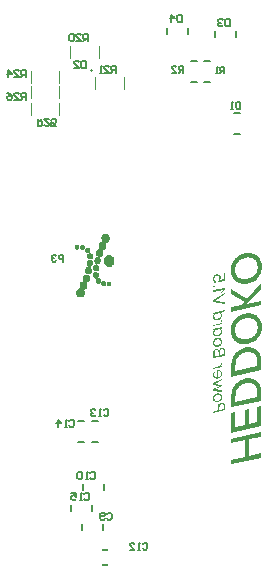
<source format=gbo>
%FSTAX23Y23*%
%MOIN*%
%SFA1B1*%

%IPPOS*%
%ADD41C,0.010000*%
%ADD60C,0.003940*%
%ADD62C,0.005910*%
%ADD64C,0.002000*%
%ADD65C,0.006000*%
%ADD66C,0.006300*%
%ADD67R,0.020000X0.010000*%
%LNpowerpcb-1*%
%LPD*%
G36*
X00729Y-01026D02*
X00729Y-01027D01*
X00729Y-01028*
X00729Y-01029*
X00728Y-0103*
X00728Y-01031*
X00728Y-01031*
X00728Y-01031*
Y-01031*
X00727Y-01032*
X00727Y-01033*
X00726Y-01034*
X00726Y-01034*
X00725Y-01035*
X00725Y-01035*
X00724Y-01036*
X00724Y-01036*
X00724Y-01036*
X00728Y-01035*
Y-01039*
X007Y-01046*
Y-01041*
X0072Y-01037*
X00721Y-01036*
X00721Y-01036*
X00722Y-01035*
X00722Y-01034*
X00723Y-01034*
X00723Y-01033*
X00723Y-01033*
X00723Y-01033*
X00724Y-01032*
X00724Y-01031*
X00725Y-01031*
X00725Y-0103*
X00725Y-01029*
X00725Y-01029*
Y-01029*
Y-01029*
Y-01028*
Y-01027*
X00725Y-01027*
Y-01027*
X00725Y-01026*
Y-01026*
X00725Y-01026*
Y-01026*
X00729Y-01025*
X00729Y-01026*
G37*
G36*
X00728Y-01053D02*
X00724Y-01054D01*
X00725Y-01054*
X00726Y-01055*
X00726Y-01056*
X00727Y-01056*
X00727Y-01057*
X00727Y-01057*
X00728Y-01058*
X00728Y-01058*
Y-01058*
X00728Y-01059*
X00729Y-0106*
X00729Y-01061*
X00729Y-01062*
X00729Y-01063*
X00729Y-01063*
Y-01063*
Y-01064*
Y-01064*
Y-01064*
X00729Y-01065*
X00729Y-01066*
X00729Y-01067*
X00728Y-01068*
X00728Y-01069*
X00727Y-0107*
X00727Y-01071*
X00726Y-01072*
X00726Y-01073*
X00725Y-01073*
X00725Y-01074*
X00725Y-01074*
X00724Y-01074*
X00724Y-01075*
X00724Y-01075*
X00724Y-01075*
X00723Y-01076*
X00722Y-01076*
X0072Y-01077*
X00719Y-01077*
X00718Y-01078*
X00717Y-01078*
X00716Y-01078*
X00715Y-01078*
X00714Y-01079*
X00713Y-01079*
X00713Y-01079*
X00712Y-01079*
X00711*
X00711Y-01079*
X00711*
X0071Y-01079*
X00709Y-01079*
X00708Y-01079*
X00707Y-01079*
X00706Y-01078*
X00705Y-01078*
X00705Y-01078*
X00704Y-01077*
X00704Y-01077*
X00703Y-01077*
X00703Y-01077*
X00703Y-01076*
X00702Y-01076*
X00702Y-01076*
X00702Y-01076*
X00702Y-01076*
X00701Y-01075*
X00701Y-01075*
X00701Y-01074*
X007Y-01073*
X007Y-01073*
X007Y-01072*
X00699Y-01071*
X00699Y-0107*
X00699Y-01069*
X00699Y-01069*
X00699Y-01068*
X00699Y-01068*
Y-01068*
Y-01068*
Y-01068*
X00699Y-01067*
X00699Y-01066*
X00699Y-01065*
X007Y-01064*
X007Y-01063*
X007Y-01062*
X00701Y-01062*
X00701Y-01061*
X00702Y-0106*
X00702Y-0106*
X00703Y-01059*
X00703Y-01059*
X00703Y-01059*
X00703Y-01058*
X00704Y-01058*
X00704Y-01058*
X007Y-01059*
Y-01055*
X00728Y-01048*
Y-01053*
G37*
G36*
X00717Y-01084D02*
X00718Y-01084D01*
X00719Y-01084*
X0072Y-01085*
X00721Y-01085*
X00722Y-01085*
X00723Y-01085*
X00723Y-01086*
X00724Y-01086*
X00724Y-01086*
X00725Y-01087*
X00725Y-01087*
X00725Y-01087*
X00725Y-01087*
X00726Y-01088*
X00726Y-01088*
X00726Y-01088*
X00727Y-01089*
X00727Y-0109*
X00728Y-01091*
X00728Y-01091*
X00728Y-01092*
X00729Y-01094*
X00729Y-01095*
X00729Y-01095*
X00729Y-01096*
X00729Y-01097*
X00729Y-01097*
Y-01097*
Y-01098*
Y-01098*
X00729Y-01099*
X00729Y-011*
X00729Y-01101*
X00728Y-01102*
X00728Y-01103*
X00728Y-01104*
X00727Y-01105*
X00727Y-01106*
X00726Y-01106*
X00726Y-01107*
X00725Y-01107*
X00725Y-01108*
X00724Y-01108*
X00724Y-01109*
X00724Y-01109*
X00724Y-01109*
X00723Y-0111*
X00722Y-0111*
X00721Y-01111*
X0072Y-01111*
X00719Y-01112*
X00718Y-01112*
X00717Y-01113*
X00716Y-01113*
X00715Y-01113*
X00714Y-01113*
X00713Y-01113*
X00713Y-01113*
X00712*
X00712Y-01113*
X00712*
X00711Y-01113*
X0071Y-01113*
X00709Y-01113*
X00708Y-01113*
X00707Y-01113*
X00706Y-01112*
X00705Y-01112*
X00705Y-01112*
X00704Y-01111*
X00704Y-01111*
X00703Y-01111*
X00703Y-0111*
X00703Y-0111*
X00702Y-0111*
X00702Y-0111*
X00702Y-0111*
X00702Y-01109*
X00701Y-01108*
X00701Y-01108*
X007Y-01107*
X007Y-01106*
X007Y-01105*
X00699Y-01103*
X00699Y-01103*
X00699Y-01102*
X00699Y-01101*
X00699Y-01101*
X00699Y-011*
Y-011*
Y-011*
Y-011*
X00699Y-01099*
X00699Y-01097*
X00699Y-01096*
X007Y-01095*
X007Y-01094*
X007Y-01093*
X00701Y-01093*
X00701Y-01092*
X00702Y-01091*
X00702Y-0109*
X00703Y-0109*
X00703Y-01089*
X00704Y-01089*
X00704Y-01089*
X00704Y-01089*
X00704Y-01089*
X00705Y-01088*
X00706Y-01087*
X00707Y-01086*
X00708Y-01086*
X00709Y-01086*
X0071Y-01085*
X00711Y-01085*
X00712Y-01085*
X00713Y-01084*
X00714Y-01084*
X00714Y-01084*
X00715Y-01084*
X00716*
X00716Y-01084*
X00716*
X00717Y-01084*
G37*
G36*
X00739Y-00921D02*
X00729Y-00933D01*
X00726Y-00931*
X00733Y-00923*
X007Y-0093*
Y-00925*
X00739Y-00917*
Y-00921*
G37*
G36*
Y-00939D02*
X00705Y-0096D01*
X00739Y-00966*
Y-00971*
X007Y-00964*
Y-00958*
X00739Y-00933*
Y-00939*
G37*
G36*
Y-00996D02*
X00724Y-01D01*
X00725Y-01*
X00726Y-01001*
X00726Y-01001*
X00727Y-01002*
X00727Y-01003*
X00727Y-01003*
X00728Y-01004*
X00728Y-01004*
Y-01004*
X00728Y-01005*
X00729Y-01006*
X00729Y-01007*
X00729Y-01008*
X00729Y-01008*
X00729Y-01009*
Y-01009*
Y-01009*
Y-0101*
Y-0101*
X00729Y-01011*
X00729Y-01012*
X00729Y-01013*
X00728Y-01014*
X00728Y-01015*
X00727Y-01016*
X00727Y-01017*
X00726Y-01018*
X00726Y-01018*
X00725Y-01019*
X00725Y-01019*
X00725Y-0102*
X00724Y-0102*
X00724Y-0102*
X00724Y-01021*
X00724Y-01021*
X00723Y-01021*
X00722Y-01022*
X0072Y-01023*
X00719Y-01023*
X00718Y-01023*
X00717Y-01024*
X00716Y-01024*
X00715Y-01024*
X00714Y-01024*
X00713Y-01025*
X00713Y-01025*
X00712Y-01025*
X00711*
X00711Y-01025*
X00711*
X0071Y-01025*
X00709Y-01025*
X00708Y-01025*
X00707Y-01024*
X00706Y-01024*
X00705Y-01024*
X00705Y-01024*
X00704Y-01023*
X00704Y-01023*
X00703Y-01023*
X00703Y-01022*
X00703Y-01022*
X00702Y-01022*
X00702Y-01022*
X00702Y-01022*
X00702Y-01022*
X00701Y-01021*
X00701Y-0102*
X00701Y-0102*
X007Y-01019*
X007Y-01018*
X007Y-01018*
X00699Y-01016*
X00699Y-01016*
X00699Y-01015*
X00699Y-01015*
X00699Y-01014*
X00699Y-01014*
Y-01014*
Y-01013*
Y-01013*
X00699Y-01012*
X00699Y-01011*
X00699Y-0101*
X007Y-0101*
X007Y-01009*
X007Y-01008*
X00701Y-01007*
X00701Y-01007*
X00702Y-01006*
X00702Y-01006*
X00703Y-01005*
X00703Y-01005*
X00703Y-01004*
X00703Y-01004*
X00704Y-01004*
X00704Y-01004*
X007Y-01005*
Y-01001*
X00739Y-00992*
Y-00996*
G37*
G36*
X00728Y-01225D02*
X00705Y-01237D01*
X00728Y-0124*
Y-01243*
X00705Y-01256*
X00728Y-01258*
Y-01263*
X007Y-0126*
Y-01256*
X00723Y-01243*
X007Y-0124*
Y-01236*
X00728Y-0122*
Y-01225*
G37*
G36*
X00717Y-01269D02*
X00718Y-01269D01*
X00719Y-01269*
X0072Y-0127*
X00721Y-0127*
X00722Y-0127*
X00723Y-0127*
X00723Y-01271*
X00724Y-01271*
X00724Y-01271*
X00725Y-01272*
X00725Y-01272*
X00725Y-01272*
X00725Y-01272*
X00726Y-01273*
X00726Y-01273*
X00726Y-01273*
X00727Y-01274*
X00727Y-01275*
X00728Y-01276*
X00728Y-01277*
X00728Y-01277*
X00729Y-01279*
X00729Y-0128*
X00729Y-0128*
X00729Y-01281*
X00729Y-01282*
X00729Y-01282*
Y-01282*
Y-01283*
Y-01283*
X00729Y-01284*
X00729Y-01285*
X00729Y-01286*
X00728Y-01287*
X00728Y-01288*
X00728Y-01289*
X00727Y-0129*
X00727Y-01291*
X00726Y-01291*
X00726Y-01292*
X00725Y-01292*
X00725Y-01293*
X00724Y-01293*
X00724Y-01294*
X00724Y-01294*
X00724Y-01294*
X00723Y-01295*
X00722Y-01295*
X00721Y-01296*
X0072Y-01296*
X00719Y-01297*
X00718Y-01297*
X00717Y-01298*
X00716Y-01298*
X00715Y-01298*
X00714Y-01298*
X00713Y-01298*
X00713Y-01298*
X00712*
X00712Y-01298*
X00712*
X00711Y-01298*
X0071Y-01298*
X00709Y-01298*
X00708Y-01298*
X00707Y-01298*
X00706Y-01297*
X00705Y-01297*
X00705Y-01297*
X00704Y-01296*
X00704Y-01296*
X00703Y-01296*
X00703Y-01295*
X00703Y-01295*
X00702Y-01295*
X00702Y-01295*
X00702Y-01295*
X00702Y-01294*
X00701Y-01293*
X00701Y-01293*
X007Y-01292*
X007Y-01291*
X007Y-0129*
X00699Y-01288*
X00699Y-01288*
X00699Y-01287*
X00699Y-01286*
X00699Y-01286*
X00699Y-01285*
Y-01285*
Y-01285*
Y-01285*
X00699Y-01284*
X00699Y-01283*
X00699Y-01281*
X007Y-0128*
X007Y-01279*
X007Y-01278*
X00701Y-01278*
X00701Y-01277*
X00702Y-01276*
X00702Y-01276*
X00703Y-01275*
X00703Y-01275*
X00704Y-01274*
X00704Y-01274*
X00704Y-01274*
X00704Y-01274*
X00705Y-01273*
X00706Y-01272*
X00707Y-01272*
X00708Y-01271*
X00709Y-01271*
X0071Y-0127*
X00711Y-0127*
X00712Y-0127*
X00713Y-01269*
X00714Y-01269*
X00714Y-01269*
X00715Y-01269*
X00716*
X00716Y-01269*
X00716*
X00717Y-01269*
G37*
G36*
X0073Y-013D02*
X00731Y-013D01*
X00732Y-013*
X00733Y-01301*
X00734Y-01301*
X00735Y-01302*
X00736Y-01302*
X00736Y-01302*
X00736Y-01302*
X00736Y-01303*
X00736Y-01303*
X00736Y-01303*
X00737Y-01303*
X00737Y-01304*
X00738Y-01304*
X00738Y-01305*
X00739Y-01306*
X00739Y-01308*
X00739Y-01309*
X00739Y-01309*
X00739Y-01309*
X00739Y-0131*
Y-0131*
Y-0131*
Y-0131*
Y-01326*
X007Y-01335*
Y-0133*
X00715Y-01326*
Y-01315*
X00715Y-01314*
X00716Y-01312*
X00716Y-01311*
X00716Y-0131*
X00716Y-01309*
X00717Y-01308*
X00717Y-01307*
X00717Y-01306*
X00718Y-01306*
X00718Y-01305*
X00719Y-01305*
X00719Y-01304*
X00719Y-01304*
X00719Y-01304*
X0072Y-01304*
X0072Y-01303*
X0072Y-01303*
X00721Y-01302*
X00722Y-01302*
X00723Y-01301*
X00724Y-01301*
X00724Y-01301*
X00725Y-013*
X00726Y-013*
X00727Y-013*
X00727Y-013*
X00728Y-013*
X00728Y-013*
X00729Y-013*
X00729*
X0073Y-013*
G37*
G36*
X00731Y-01117D02*
X00732Y-01117D01*
X00733Y-01117*
X00734Y-01117*
X00735Y-01118*
X00736Y-01118*
X00736Y-01119*
X00737Y-01119*
X00737Y-01119*
X00737Y-01119*
X00737Y-01119*
X00737Y-0112*
X00738Y-0112*
X00738Y-01122*
X00739Y-01123*
X00739Y-01124*
X00739Y-01125*
X00739Y-01125*
Y-01126*
X00739Y-01126*
Y-01126*
Y-01127*
Y-01127*
Y-01143*
X007Y-01152*
Y-01133*
X007Y-01132*
X007Y-01131*
X007Y-0113*
X007Y-01129*
X007Y-01128*
X00701Y-01127*
X00701Y-01127*
X00701Y-01126*
X00702Y-01125*
X00702Y-01125*
X00702Y-01124*
X00702Y-01124*
X00703Y-01124*
X00703Y-01123*
X00703Y-01123*
X00703Y-01123*
X00704Y-01123*
X00704Y-01122*
X00705Y-01122*
X00706Y-01121*
X00706Y-01121*
X00707Y-01121*
X00708Y-0112*
X00709Y-0112*
X0071Y-0112*
X0071Y-0112*
X0071Y-0112*
X00711Y-0112*
X00711*
X00712Y-0112*
X00713Y-0112*
X00714Y-0112*
X00715Y-01121*
X00716Y-01121*
X00716Y-01121*
X00716Y-01121*
X00717Y-01121*
X00717Y-01122*
X00718Y-01123*
X00719Y-01123*
X00719Y-01124*
X00719Y-01125*
X00719Y-01125*
X00719Y-01125*
X0072Y-01126*
Y-01126*
X0072Y-01125*
X0072Y-01124*
X0072Y-01123*
X00721Y-01122*
X00721Y-01121*
X00722Y-0112*
X00723Y-0112*
X00723Y-01119*
X00723Y-01119*
X00723Y-01119*
X00723Y-01119*
X00724Y-01119*
X00724Y-01118*
X00725Y-01118*
X00725Y-01118*
X00727Y-01117*
X00728Y-01117*
X00729Y-01117*
X00729Y-01117*
X0073*
X0073Y-01116*
X0073*
X00731Y-01117*
G37*
G36*
X00729Y-01168D02*
X00729Y-01169D01*
X00729Y-0117*
X00729Y-01171*
X00728Y-01172*
X00728Y-01172*
X00728Y-01173*
X00728Y-01173*
Y-01173*
X00727Y-01174*
X00727Y-01175*
X00726Y-01175*
X00726Y-01176*
X00725Y-01177*
X00725Y-01177*
X00724Y-01177*
X00724Y-01177*
X00724Y-01178*
X00728Y-01177*
Y-01181*
X007Y-01187*
Y-01183*
X0072Y-01178*
X00721Y-01178*
X00721Y-01177*
X00722Y-01177*
X00722Y-01176*
X00723Y-01175*
X00723Y-01175*
X00723Y-01175*
X00723Y-01175*
X00724Y-01174*
X00724Y-01173*
X00725Y-01172*
X00725Y-01172*
X00725Y-01171*
X00725Y-01171*
Y-01171*
Y-01171*
Y-0117*
Y-01169*
X00725Y-01169*
Y-01168*
X00725Y-01168*
Y-01168*
X00725Y-01168*
Y-01168*
X00729Y-01167*
X00729Y-01168*
G37*
G36*
X00718Y-01191D02*
X00718Y-01191D01*
X00719Y-01192*
X0072Y-01192*
X00721Y-01192*
X00722Y-01192*
X00723Y-01193*
X00723Y-01193*
X00724Y-01193*
X00724Y-01194*
X00725Y-01194*
X00725Y-01194*
X00725Y-01194*
X00725Y-01195*
X00726Y-01195*
X00726Y-01195*
X00726Y-01195*
X00727Y-01196*
X00727Y-01197*
X00728Y-01198*
X00728Y-01198*
X00728Y-01199*
X00729Y-01201*
X00729Y-01201*
X00729Y-01202*
X00729Y-01202*
X00729Y-01203*
X00729Y-01203*
Y-01204*
Y-01204*
Y-01204*
X00729Y-01205*
X00729Y-01206*
X00729Y-01207*
X00728Y-01208*
X00728Y-0121*
X00728Y-0121*
X00727Y-01211*
X00727Y-01212*
X00726Y-01213*
X00726Y-01214*
X00725Y-01214*
X00725Y-01215*
X00725Y-01215*
X00724Y-01215*
X00724Y-01215*
X00724Y-01215*
X00723Y-01216*
X00722Y-01217*
X00721Y-01218*
X0072Y-01218*
X00719Y-01219*
X00718Y-01219*
X00717Y-01219*
X00716Y-01219*
X00715Y-0122*
X00714Y-0122*
X00713Y-0122*
X00713Y-0122*
X00712*
X00712Y-0122*
X00712*
X00711Y-0122*
X0071Y-0122*
X00709Y-0122*
X00708Y-01219*
X00707Y-01219*
X00706Y-01219*
X00705Y-01219*
X00705Y-01218*
X00704Y-01218*
X00704Y-01217*
X00703Y-01217*
X00703Y-01217*
X00703Y-01217*
X00702Y-01216*
X00702Y-01216*
X00702Y-01216*
X00702Y-01216*
X00701Y-01215*
X00701Y-01214*
X007Y-01213*
X007Y-01212*
X007Y-01212*
X00699Y-0121*
X00699Y-01209*
X00699Y-01209*
X00699Y-01208*
X00699Y-01207*
X00699Y-01207*
Y-01207*
Y-01206*
Y-01206*
X00699Y-01205*
X00699Y-01204*
X00699Y-01203*
X00699Y-01202*
X007Y-01201*
X007Y-012*
X007Y-012*
X00701Y-01199*
X00701Y-01198*
X00701Y-01198*
X00701Y-01197*
X00702Y-01197*
X00702Y-01196*
X00702Y-01196*
X00702Y-01196*
X00702Y-01196*
X00705Y-01197*
X00705Y-01198*
X00704Y-01199*
X00704Y-01199*
X00704Y-012*
X00703Y-01202*
X00703Y-01203*
X00703Y-01203*
X00703Y-01204*
X00703Y-01204*
X00703Y-01205*
X00703Y-01205*
Y-01205*
Y-01206*
Y-01206*
X00703Y-01206*
X00703Y-01207*
X00703Y-01209*
X00703Y-0121*
X00704Y-01211*
X00704Y-01211*
X00704Y-01212*
X00704Y-01212*
X00705Y-01212*
X00705Y-01213*
X00705Y-01213*
X00705Y-01213*
Y-01213*
X00705Y-01213*
X00706Y-01214*
X00707Y-01214*
X00708Y-01215*
X00709Y-01215*
X0071Y-01215*
X0071Y-01215*
X0071*
X00711Y-01215*
X00712*
X00712Y-01215*
X00712Y-01215*
X00712*
Y-01192*
X00713Y-01192*
X00714Y-01192*
X00715Y-01191*
X00715Y-01191*
X00716Y-01191*
X00716*
X00718Y-01191*
G37*
G36*
X00703Y-0091D02*
X00703Y-0091D01*
X00704Y-0091*
X00704Y-0091*
X00704Y-00911*
X00704Y-00911*
X00704Y-00911*
X00705Y-00911*
X00705Y-00911*
X00705Y-00912*
X00705Y-00912*
X00705Y-00912*
X00705Y-00913*
X00705Y-00913*
Y-00913*
Y-00913*
X00705Y-00914*
X00705Y-00914*
X00705Y-00914*
X00705Y-00915*
X00705Y-00915*
X00705Y-00915*
X00704Y-00915*
X00704Y-00915*
X00704Y-00916*
X00704Y-00916*
X00703Y-00916*
X00703Y-00916*
X00703Y-00916*
X00702Y-00917*
X00702*
X00702Y-00916*
X00701Y-00916*
X00701Y-00916*
X007Y-00916*
X007Y-00916*
X007Y-00916*
X007Y-00916*
X007Y-00916*
X00699Y-00915*
X00699Y-00915*
X00699Y-00915*
X00699Y-00914*
X00699Y-00914*
X00699Y-00914*
Y-00913*
Y-00913*
X00699Y-00913*
X00699Y-00912*
X00699Y-00912*
X00699Y-00912*
X007Y-00911*
X007Y-00911*
X007Y-00911*
X007Y-00911*
X007Y-00911*
X00701Y-0091*
X00701Y-0091*
X00701Y-0091*
X00702Y-0091*
X00702Y-0091*
X00702*
X00703Y-0091*
G37*
G36*
X00821Y-01115D02*
X00824Y-01115D01*
X00827Y-01116*
X0083Y-01117*
X00833Y-01118*
X00835Y-01119*
X00837Y-0112*
X0084Y-01121*
X00842Y-01122*
X00843Y-01123*
X00845Y-01124*
X00846Y-01125*
X00847Y-01126*
X00848Y-01127*
X00848Y-01127*
X00848Y-01127*
X0085Y-0113*
X00852Y-01132*
X00854Y-01135*
X00855Y-01137*
X00856Y-0114*
X00857Y-01142*
X00858Y-01145*
X00859Y-01147*
X00859Y-01149*
X0086Y-01151*
X0086Y-01153*
X0086Y-01154*
Y-01155*
X0086Y-01156*
Y-01157*
Y-01157*
Y-01191*
X0076Y-01213*
Y-01178*
X0076Y-01172*
X0076Y-01167*
X00761Y-01165*
X00761Y-01162*
X00762Y-0116*
X00762Y-01158*
X00762Y-01156*
X00763Y-01155*
X00763Y-01153*
X00764Y-01152*
X00764Y-01151*
X00764Y-01151*
X00765Y-0115*
Y-0115*
X00767Y-01146*
X00769Y-01142*
X0077Y-0114*
X00771Y-01138*
X00772Y-01137*
X00773Y-01135*
X00774Y-01134*
X00775Y-01133*
X00776Y-01132*
X00777Y-01131*
X00777Y-01131*
X00778Y-0113*
X00778Y-0113*
X00778Y-0113*
X00781Y-01127*
X00785Y-01125*
X00788Y-01123*
X00791Y-01121*
X00795Y-0112*
X00798Y-01119*
X00801Y-01118*
X00804Y-01117*
X00807Y-01116*
X00809Y-01116*
X00811Y-01115*
X00813Y-01115*
X00815Y-01115*
X00816Y-01115*
X00817*
X00821Y-01115*
G37*
G36*
X00822Y-00801D02*
X00825Y-00801D01*
X00828Y-00802*
X00831Y-00803*
X00834Y-00804*
X00837Y-00805*
X00839Y-00806*
X00842Y-00807*
X00844Y-00808*
X00845Y-0081*
X00847Y-00811*
X00848Y-00812*
X00849Y-00813*
X0085Y-00813*
X0085Y-00814*
X0085Y-00814*
X00852Y-00816*
X00854Y-00819*
X00856Y-00822*
X00857Y-00825*
X00858Y-00827*
X00859Y-0083*
X0086Y-00833*
X00861Y-00835*
X00861Y-00838*
X00861Y-0084*
X00862Y-00842*
X00862Y-00844*
Y-00845*
X00862Y-00846*
Y-00847*
Y-00847*
X00862Y-00851*
X00861Y-00856*
X0086Y-0086*
X00859Y-00863*
X00858Y-00867*
X00857Y-0087*
X00855Y-00873*
X00853Y-00876*
X00852Y-00879*
X0085Y-00881*
X00849Y-00883*
X00847Y-00884*
X00846Y-00886*
X00845Y-00887*
X00845Y-00887*
X00845Y-00887*
X00841Y-0089*
X00838Y-00893*
X00834Y-00895*
X00831Y-00897*
X00827Y-00898*
X00823Y-009*
X0082Y-00901*
X00817Y-00902*
X00814Y-00902*
X00811Y-00903*
X00809Y-00903*
X00806Y-00903*
X00804Y-00904*
X00803Y-00904*
X00802*
X00798Y-00904*
X00795Y-00903*
X00791Y-00902*
X00788Y-00902*
X00785Y-00901*
X00783Y-00899*
X0078Y-00898*
X00778Y-00897*
X00776Y-00896*
X00774Y-00894*
X00773Y-00893*
X00772Y-00892*
X00771Y-00892*
X0077Y-00891*
X0077Y-0089*
X0077Y-0089*
X00768Y-00888*
X00766Y-00885*
X00764Y-00882*
X00763Y-00879*
X00762Y-00877*
X00761Y-00874*
X0076Y-00871*
X00759Y-00869*
X00759Y-00866*
X00758Y-00864*
X00758Y-00862*
X00758Y-0086*
Y-00859*
X00758Y-00858*
Y-00857*
Y-00857*
X00758Y-00853*
X00758Y-00848*
X00759Y-00845*
X0076Y-00841*
X00762Y-00837*
X00763Y-00834*
X00765Y-00831*
X00766Y-00828*
X00768Y-00825*
X00769Y-00823*
X00771Y-00821*
X00772Y-0082*
X00773Y-00819*
X00774Y-00818*
X00775Y-00817*
X00775Y-00817*
X00778Y-00814*
X00782Y-00811*
X00785Y-00809*
X00789Y-00807*
X00793Y-00806*
X00796Y-00804*
X008Y-00803*
X00803Y-00802*
X00806Y-00802*
X00809Y-00801*
X00811Y-00801*
X00814Y-00801*
X00815Y-00801*
X00817Y-008*
X00818*
X00822Y-00801*
G37*
G36*
Y-01001D02*
X00825Y-01002D01*
X00828Y-01003*
X00831Y-01004*
X00834Y-01005*
X00837Y-01006*
X00839Y-01007*
X00842Y-01008*
X00844Y-01009*
X00845Y-01011*
X00847Y-01012*
X00848Y-01013*
X00849Y-01014*
X0085Y-01014*
X0085Y-01015*
X0085Y-01015*
X00852Y-01017*
X00854Y-0102*
X00856Y-01023*
X00857Y-01026*
X00858Y-01028*
X00859Y-01031*
X0086Y-01034*
X00861Y-01036*
X00861Y-01039*
X00861Y-01041*
X00862Y-01043*
X00862Y-01045*
Y-01046*
X00862Y-01047*
Y-01048*
Y-01048*
X00862Y-01052*
X00861Y-01057*
X0086Y-01061*
X00859Y-01064*
X00858Y-01068*
X00857Y-01071*
X00855Y-01074*
X00853Y-01077*
X00852Y-0108*
X0085Y-01082*
X00849Y-01084*
X00847Y-01085*
X00846Y-01087*
X00845Y-01088*
X00845Y-01088*
X00845Y-01088*
X00841Y-01091*
X00838Y-01094*
X00834Y-01096*
X00831Y-01098*
X00827Y-01099*
X00823Y-01101*
X0082Y-01102*
X00817Y-01103*
X00814Y-01103*
X00811Y-01104*
X00809Y-01104*
X00806Y-01104*
X00804Y-01104*
X00803Y-01105*
X00802*
X00798Y-01104*
X00795Y-01104*
X00791Y-01103*
X00788Y-01103*
X00785Y-01102*
X00783Y-011*
X0078Y-01099*
X00778Y-01098*
X00776Y-01097*
X00774Y-01095*
X00773Y-01094*
X00772Y-01093*
X00771Y-01093*
X0077Y-01092*
X0077Y-01091*
X0077Y-01091*
X00768Y-01089*
X00766Y-01086*
X00764Y-01083*
X00763Y-0108*
X00762Y-01078*
X00761Y-01075*
X0076Y-01072*
X00759Y-0107*
X00759Y-01067*
X00758Y-01065*
X00758Y-01063*
X00758Y-01061*
Y-0106*
X00758Y-01059*
Y-01058*
Y-01058*
X00758Y-01054*
X00758Y-01049*
X00759Y-01045*
X0076Y-01042*
X00762Y-01038*
X00763Y-01035*
X00765Y-01032*
X00766Y-01029*
X00768Y-01026*
X00769Y-01024*
X00771Y-01022*
X00772Y-01021*
X00773Y-0102*
X00774Y-01019*
X00775Y-01018*
X00775Y-01018*
X00778Y-01015*
X00782Y-01012*
X00785Y-0101*
X00789Y-01008*
X00793Y-01007*
X00796Y-01005*
X008Y-01004*
X00803Y-01003*
X00806Y-01003*
X00809Y-01002*
X00811Y-01002*
X00814Y-01002*
X00815Y-01001*
X00817Y-01001*
X00818*
X00822Y-01001*
G37*
G36*
X0086Y-0092D02*
X00811Y-00972D01*
X0086Y-00961*
Y-00976*
X0076Y-00997*
Y-00982*
X00793Y-00975*
X00804Y-00964*
X0076Y-00937*
Y-0092*
X00812Y-00953*
X0086Y-00902*
Y-0092*
G37*
G36*
X00821Y-01218D02*
X00824Y-01218D01*
X00827Y-01219*
X0083Y-0122*
X00833Y-01221*
X00835Y-01222*
X00837Y-01223*
X0084Y-01224*
X00842Y-01225*
X00843Y-01226*
X00845Y-01227*
X00846Y-01228*
X00847Y-01229*
X00848Y-0123*
X00848Y-0123*
X00848Y-0123*
X0085Y-01233*
X00852Y-01235*
X00854Y-01238*
X00855Y-0124*
X00856Y-01243*
X00857Y-01245*
X00858Y-01248*
X00859Y-0125*
X00859Y-01252*
X0086Y-01254*
X0086Y-01256*
X0086Y-01257*
Y-01258*
X0086Y-01259*
Y-0126*
Y-0126*
Y-01294*
X0076Y-01316*
Y-01281*
X0076Y-01275*
X0076Y-0127*
X00761Y-01268*
X00761Y-01265*
X00762Y-01263*
X00762Y-01261*
X00762Y-01259*
X00763Y-01258*
X00763Y-01256*
X00764Y-01255*
X00764Y-01254*
X00764Y-01254*
X00765Y-01253*
Y-01253*
X00767Y-01249*
X00769Y-01245*
X0077Y-01243*
X00771Y-01241*
X00772Y-0124*
X00773Y-01238*
X00774Y-01237*
X00775Y-01236*
X00776Y-01235*
X00777Y-01234*
X00777Y-01234*
X00778Y-01233*
X00778Y-01233*
X00778Y-01233*
X00781Y-0123*
X00785Y-01228*
X00788Y-01226*
X00791Y-01224*
X00795Y-01223*
X00798Y-01221*
X00801Y-01221*
X00804Y-0122*
X00807Y-01219*
X00809Y-01219*
X00811Y-01218*
X00813Y-01218*
X00815Y-01218*
X00816Y-01218*
X00817*
X00821Y-01218*
G37*
G36*
X0086Y-01413D02*
X00818Y-01422D01*
Y-01477*
X0086Y-01468*
Y-01483*
X0076Y-01505*
Y-0149*
X00804Y-0148*
Y-01425*
X0076Y-01435*
Y-0142*
X0086Y-01398*
Y-01413*
G37*
G36*
Y-01378D02*
X0076Y-014D01*
Y-01333*
X00773Y-0133*
Y-01382*
X00804Y-01375*
Y-01324*
X00818Y-01321*
Y-01372*
X00847Y-01366*
Y-01314*
X0086Y-01311*
Y-01378*
G37*
G36*
X00739Y-00893D02*
X00719Y-00897D01*
X00717Y-00894*
X00718Y-00893*
X00718Y-00893*
X00719Y-00892*
X00719Y-00891*
X0072Y-0089*
X0072Y-00889*
X0072Y-00888*
X0072Y-00888*
X0072Y-00887*
X0072Y-00887*
X0072Y-00886*
Y-00886*
Y-00886*
Y-00886*
X0072Y-00885*
X0072Y-00883*
X0072Y-00882*
X00719Y-00881*
X00719Y-0088*
X00719Y-0088*
X00719Y-0088*
X00718Y-00879*
X00718Y-00879*
X00718Y-00879*
X00718Y-00878*
X00717Y-00878*
X00716Y-00877*
X00715Y-00877*
X00714Y-00877*
X00713Y-00877*
X00713*
X00713Y-00877*
X00713*
X00712Y-00877*
X00711Y-00877*
X0071Y-00877*
X00709Y-00878*
X00708Y-00878*
X00707Y-00879*
X00706Y-00879*
X00706Y-00879*
X00706Y-0088*
X00706Y-0088*
X00706Y-0088*
X00705Y-0088*
X00705Y-00881*
X00705Y-00881*
X00704Y-00882*
X00704Y-00883*
X00704Y-00884*
X00703Y-00885*
X00703Y-00886*
X00703Y-00886*
X00703Y-00886*
Y-00887*
Y-00887*
Y-00887*
X00703Y-00888*
X00704Y-0089*
X00704Y-00891*
X00704Y-00892*
X00705Y-00893*
X00705Y-00894*
X00706Y-00895*
X00706Y-00895*
X00707Y-00896*
X00708Y-00896*
X00708Y-00897*
X00709Y-00897*
X00709Y-00897*
X00709Y-00898*
X0071Y-00898*
X0071Y-00898*
X00707Y-00902*
X00705Y-00901*
X00704Y-009*
X00703Y-00899*
X00702Y-00898*
X00701Y-00896*
X00701Y-00895*
X007Y-00894*
X007Y-00893*
X00699Y-00892*
X00699Y-00891*
X00699Y-0089*
X00699Y-00889*
X00699Y-00888*
X00699Y-00887*
Y-00887*
Y-00887*
Y-00887*
X00699Y-00886*
X00699Y-00885*
X00699Y-00884*
X00699Y-00882*
X007Y-00881*
X007Y-00881*
X00701Y-0088*
X00701Y-00879*
X00701Y-00878*
X00702Y-00878*
X00702Y-00877*
X00702Y-00877*
X00703Y-00876*
X00703Y-00876*
X00703Y-00876*
X00703Y-00876*
X00704Y-00875*
X00705Y-00874*
X00705Y-00874*
X00706Y-00873*
X00707Y-00873*
X00708Y-00873*
X00709Y-00872*
X0071Y-00872*
X0071Y-00872*
X00711Y-00872*
X00711Y-00872*
X00712Y-00872*
X00712Y-00871*
X00713*
X00714Y-00872*
X00715Y-00872*
X00716Y-00872*
X00717Y-00872*
X00717Y-00872*
X00718Y-00873*
X00719Y-00873*
X00719Y-00873*
X0072Y-00874*
X0072Y-00874*
X00721Y-00874*
X00721Y-00874*
X00721Y-00875*
X00721Y-00875*
X00721Y-00875*
X00722Y-00875*
X00722Y-00876*
X00723Y-00876*
X00723Y-00877*
X00723Y-00878*
X00724Y-00879*
X00724Y-0088*
X00724Y-00881*
X00724Y-00882*
X00724Y-00882*
X00724Y-00883*
X00725Y-00883*
Y-00883*
Y-00883*
Y-00883*
X00724Y-00884*
X00724Y-00885*
X00724Y-00887*
X00724Y-00888*
X00723Y-00889*
X00723Y-0089*
X00723Y-0089*
X00723Y-00891*
X00722Y-00891*
X00722Y-00891*
X00722Y-00892*
X00722Y-00892*
X00722Y-00892*
X00722Y-00892*
X00735Y-00889*
Y-00869*
X00739Y-00868*
Y-00893*
G37*
%LNpowerpcb-2*%
%LPC*%
G36*
X00818Y-01017D02*
X00817D01*
X00813Y-01017*
X0081Y-01018*
X00807Y-01018*
X00804Y-01019*
X00801Y-0102*
X00798Y-01021*
X00796Y-01022*
X00793Y-01023*
X00791Y-01024*
X0079Y-01025*
X00788Y-01026*
X00787Y-01027*
X00786Y-01028*
X00785Y-01029*
X00785Y-01029*
X00784Y-01029*
X00782Y-01031*
X0078Y-01034*
X00779Y-01036*
X00777Y-01038*
X00776Y-01041*
X00775Y-01043*
X00774Y-01045*
X00773Y-01048*
X00773Y-0105*
X00772Y-01051*
X00772Y-01053*
X00772Y-01054*
Y-01056*
X00772Y-01056*
Y-01057*
Y-01057*
X00772Y-0106*
X00772Y-01062*
X00772Y-01064*
X00773Y-01066*
X00774Y-01069*
X00774Y-0107*
X00775Y-01072*
X00776Y-01074*
X00776Y-01075*
X00777Y-01076*
X00778Y-01077*
X00779Y-01078*
X00779Y-01079*
X00779Y-01079*
X0078Y-0108*
X0078Y-0108*
X00781Y-01081*
X00783Y-01083*
X00785Y-01084*
X00787Y-01085*
X00789Y-01086*
X00791Y-01086*
X00794Y-01088*
X00796Y-01088*
X00798Y-01088*
X00799Y-01088*
X008Y-01089*
X00801Y-01089*
X00803*
X00806Y-01089*
X0081Y-01088*
X00813Y-01088*
X00816Y-01087*
X00819Y-01086*
X00822Y-01085*
X00824Y-01084*
X00826Y-01083*
X00828Y-01082*
X0083Y-01081*
X00832Y-0108*
X00833Y-01079*
X00834Y-01078*
X00835Y-01078*
X00835Y-01077*
X00835Y-01077*
X00838Y-01075*
X00839Y-01072*
X00841Y-0107*
X00843Y-01068*
X00844Y-01065*
X00845Y-01063*
X00846Y-01061*
X00847Y-01059*
X00847Y-01056*
X00848Y-01055*
X00848Y-01053*
X00848Y-01052*
Y-0105*
X00848Y-0105*
Y-01049*
Y-01049*
X00848Y-01046*
X00848Y-01044*
X00847Y-01042*
X00847Y-0104*
X00846Y-01038*
X00846Y-01036*
X00845Y-01034*
X00844Y-01032*
X00843Y-01031*
X00843Y-0103*
X00842Y-01029*
X00841Y-01028*
X00841Y-01027*
X0084Y-01027*
X0084Y-01026*
X0084Y-01026*
X00838Y-01025*
X00837Y-01023*
X00835Y-01022*
X00833Y-01021*
X00831Y-0102*
X00829Y-0102*
X00825Y-01018*
X00824Y-01018*
X00822Y-01018*
X00821Y-01018*
X00819Y-01017*
X00818Y-01017*
G37*
G36*
X00717Y-01195D02*
X00717D01*
X00716Y-01195*
Y-01215*
X00717Y-01215*
X00718Y-01214*
X0072Y-01213*
X00721Y-01213*
X00721Y-01212*
X00722Y-01212*
X00722Y-01212*
X00722Y-01211*
X00722Y-01211*
X00722Y-01211*
X00723Y-01211*
X00723Y-01211*
X00724Y-0121*
X00724Y-01209*
X00724Y-01209*
X00725Y-01208*
X00725Y-01206*
X00725Y-01206*
X00725Y-01205*
X00725Y-01205*
X00725Y-01204*
Y-01204*
Y-01204*
Y-01204*
Y-01203*
X00725Y-01203*
X00725Y-01201*
X00725Y-012*
X00724Y-01199*
X00724Y-01199*
X00723Y-01198*
X00723Y-01198*
X00723Y-01198*
X00723*
X00722Y-01197*
X00721Y-01196*
X0072Y-01196*
X00719Y-01196*
X00718Y-01195*
X00718Y-01195*
X00717*
X00717Y-01195*
G37*
G36*
X00729Y-01305D02*
X00728D01*
X00727Y-01305*
X00726Y-01305*
X00725Y-01306*
X00724Y-01306*
X00723Y-01307*
X00723Y-01307*
X00723Y-01307*
X00722Y-01307*
X00722Y-01307*
X00722Y-01307*
X0072Y-01325*
X00735Y-01322*
Y-01312*
X00735Y-01311*
X00735Y-0131*
X00734Y-01309*
X00734Y-01308*
X00734Y-01308*
X00733Y-01307*
X00733Y-01307*
X00733Y-01307*
X00732Y-01306*
X00732Y-01306*
X00731Y-01305*
X0073Y-01305*
X0073Y-01305*
X00729Y-01305*
X00729Y-01305*
G37*
G36*
X00716Y-01274D02*
X00716D01*
X00715Y-01274*
X00714Y-01274*
X00713Y-01274*
X00712Y-01274*
X00711Y-01275*
X00709Y-01275*
X00709Y-01276*
X00708Y-01276*
X00708Y-01276*
X00708Y-01277*
X00707Y-01277*
X00707Y-01277*
X00707Y-01277*
X00707Y-01277*
X00706Y-01278*
X00706Y-01278*
X00705Y-01279*
X00705Y-0128*
X00704Y-0128*
X00704Y-01281*
X00704Y-01281*
X00703Y-01282*
X00703Y-01283*
X00703Y-01284*
X00703Y-01284*
Y-01284*
X00703Y-01284*
Y-01285*
Y-01285*
X00703Y-01285*
X00703Y-01286*
X00703Y-01288*
X00704Y-01289*
X00704Y-0129*
X00704Y-0129*
X00705Y-01291*
X00705Y-01291*
X00705Y-01291*
Y-01291*
X00706Y-01292*
X00707Y-01293*
X00708Y-01293*
X00709Y-01293*
X0071Y-01294*
X00711Y-01294*
X00711*
X00711Y-01294*
X00712*
X00713Y-01294*
X00714Y-01294*
X00715Y-01293*
X00715Y-01293*
X00717Y-01293*
X00718Y-01292*
X00718Y-01292*
X00719Y-01292*
X00719Y-01291*
X0072Y-01291*
X0072Y-01291*
X00721Y-01291*
X00721Y-01291*
X00721Y-0129*
X00721Y-0129*
X00722Y-0129*
X00722Y-01289*
X00723Y-01289*
X00723Y-01288*
X00724Y-01287*
X00724Y-01287*
X00724Y-01286*
X00725Y-01285*
X00725Y-01284*
X00725Y-01284*
X00725Y-01284*
X00725Y-01283*
Y-01283*
Y-01283*
Y-01283*
Y-01282*
X00725Y-01281*
X00725Y-0128*
X00724Y-01279*
X00724Y-01278*
X00723Y-01277*
X00723Y-01277*
X00723Y-01276*
X00723Y-01276*
X00723*
X00722Y-01275*
X0072Y-01275*
X00719Y-01274*
X00718Y-01274*
X00717Y-01274*
X00717Y-01274*
X00716*
X00716Y-01274*
G37*
G36*
X00818Y-00816D02*
X00817D01*
X00813Y-00816*
X0081Y-00817*
X00807Y-00817*
X00804Y-00818*
X00801Y-00819*
X00798Y-0082*
X00796Y-00821*
X00793Y-00822*
X00791Y-00823*
X0079Y-00824*
X00788Y-00825*
X00787Y-00826*
X00786Y-00827*
X00785Y-00828*
X00785Y-00828*
X00784Y-00828*
X00782Y-0083*
X0078Y-00833*
X00779Y-00835*
X00777Y-00837*
X00776Y-0084*
X00775Y-00842*
X00774Y-00844*
X00773Y-00847*
X00773Y-00849*
X00772Y-0085*
X00772Y-00852*
X00772Y-00853*
Y-00855*
X00772Y-00855*
Y-00856*
Y-00856*
X00772Y-00859*
X00772Y-00861*
X00772Y-00863*
X00773Y-00865*
X00774Y-00868*
X00774Y-00869*
X00775Y-00871*
X00776Y-00873*
X00776Y-00874*
X00777Y-00875*
X00778Y-00876*
X00779Y-00877*
X00779Y-00878*
X00779Y-00878*
X0078Y-00879*
X0078Y-00879*
X00781Y-0088*
X00783Y-00882*
X00785Y-00883*
X00787Y-00884*
X00789Y-00885*
X00791Y-00885*
X00794Y-00887*
X00796Y-00887*
X00798Y-00887*
X00799Y-00887*
X008Y-00888*
X00801Y-00888*
X00803*
X00806Y-00888*
X0081Y-00887*
X00813Y-00887*
X00816Y-00886*
X00819Y-00885*
X00822Y-00884*
X00824Y-00883*
X00826Y-00882*
X00828Y-00881*
X0083Y-0088*
X00832Y-00879*
X00833Y-00878*
X00834Y-00877*
X00835Y-00877*
X00835Y-00876*
X00835Y-00876*
X00838Y-00874*
X00839Y-00871*
X00841Y-00869*
X00843Y-00867*
X00844Y-00864*
X00845Y-00862*
X00846Y-0086*
X00847Y-00858*
X00847Y-00855*
X00848Y-00854*
X00848Y-00852*
X00848Y-00851*
Y-0085*
X00848Y-00849*
Y-00848*
Y-00848*
X00848Y-00845*
X00848Y-00843*
X00847Y-00841*
X00847Y-00839*
X00846Y-00837*
X00846Y-00835*
X00845Y-00833*
X00844Y-00831*
X00843Y-0083*
X00843Y-00829*
X00842Y-00828*
X00841Y-00827*
X00841Y-00826*
X0084Y-00826*
X0084Y-00825*
X0084Y-00825*
X00838Y-00824*
X00837Y-00822*
X00835Y-00821*
X00833Y-0082*
X00831Y-00819*
X00829Y-00819*
X00825Y-00817*
X00824Y-00817*
X00822Y-00817*
X00821Y-00817*
X00819Y-00816*
X00818Y-00816*
G37*
G36*
X00818Y-01234D02*
X00816D01*
X00813Y-01234*
X0081Y-01234*
X00807Y-01235*
X00804Y-01236*
X00801Y-01237*
X00799Y-01238*
X00797Y-01239*
X00794Y-0124*
X00793Y-01241*
X00791Y-01242*
X00789Y-01243*
X00788Y-01244*
X00787Y-01245*
X00786Y-01246*
X00786Y-01246*
X00786Y-01246*
X00784Y-01249*
X00782Y-01251*
X0078Y-01254*
X00779Y-01257*
X00777Y-01259*
X00776Y-01262*
X00776Y-01265*
X00775Y-01267*
X00774Y-0127*
X00774Y-01272*
X00774Y-01274*
X00774Y-01276*
Y-01277*
X00773Y-01278*
Y-01279*
Y-01279*
Y-01298*
X00847Y-01282*
Y-01262*
Y-0126*
X00846Y-01258*
X00846Y-01256*
X00845Y-01254*
X00844Y-01251*
X00843Y-01249*
X00842Y-01248*
X00842Y-01246*
X00841Y-01245*
X0084Y-01244*
X00839Y-01243*
X00839Y-01243*
X00838Y-01242*
X00838Y-01242*
X00838Y-01242*
X00836Y-01241*
X00835Y-01239*
X00833Y-01238*
X00831Y-01237*
X00829Y-01236*
X00827Y-01236*
X00824Y-01235*
X00822Y-01234*
X00821Y-01234*
X0082Y-01234*
X00819Y-01234*
X00818Y-01234*
G37*
G36*
X0072Y-01055D02*
X00708Y-01057D01*
X00707Y-01058*
X00706Y-01059*
X00706Y-01059*
X00705Y-0106*
X00705Y-01061*
X00704Y-01061*
X00704Y-01061*
X00704Y-01061*
Y-01061*
X00704Y-01062*
X00703Y-01063*
X00703Y-01064*
X00703Y-01065*
X00703Y-01065*
X00703Y-01066*
Y-01066*
Y-01066*
Y-01066*
X00703Y-01068*
X00703Y-01069*
X00704Y-0107*
X00704Y-01071*
X00704Y-01071*
X00705Y-01072*
X00705Y-01072*
X00705Y-01072*
X00706Y-01073*
X00707Y-01073*
X00708Y-01074*
X00709Y-01074*
X0071Y-01074*
X00711Y-01074*
X00711*
X00711Y-01074*
X00712*
X00713Y-01074*
X00713Y-01074*
X00715Y-01074*
X00717Y-01073*
X00718Y-01073*
X00718Y-01073*
X00719Y-01072*
X00719Y-01072*
X0072Y-01072*
X0072Y-01072*
X00721Y-01071*
X00721Y-01071*
X00721Y-01071*
X00721Y-01071*
X00722Y-01071*
X00722Y-0107*
X00723Y-01069*
X00723Y-01069*
X00724Y-01068*
X00724Y-01067*
X00724Y-01067*
X00725Y-01066*
X00725Y-01065*
X00725Y-01065*
X00725Y-01064*
X00725Y-01064*
X00725Y-01064*
Y-01063*
Y-01063*
Y-01063*
X00725Y-01062*
X00725Y-01061*
X00725Y-0106*
X00724Y-0106*
X00724Y-01059*
X00724Y-01058*
X00724Y-01058*
X00724Y-01058*
X00723Y-01057*
X00723Y-01056*
X00722Y-01056*
X00722Y-01055*
X00721Y-01055*
X00721Y-01055*
X00721Y-01055*
X0072Y-01055*
G37*
G36*
Y-01D02*
X00708Y-01003D01*
X00707Y-01004*
X00706Y-01004*
X00706Y-01005*
X00705Y-01006*
X00705Y-01006*
X00704Y-01007*
X00704Y-01007*
X00704Y-01007*
Y-01007*
X00704Y-01008*
X00703Y-01009*
X00703Y-0101*
X00703Y-0101*
X00703Y-01011*
X00703Y-01012*
Y-01012*
Y-01012*
Y-01012*
X00703Y-01013*
X00703Y-01014*
X00704Y-01015*
X00704Y-01016*
X00704Y-01017*
X00705Y-01017*
X00705Y-01018*
X00705Y-01018*
X00706Y-01019*
X00707Y-01019*
X00708Y-0102*
X00709Y-0102*
X0071Y-0102*
X00711Y-0102*
X00711*
X00711Y-0102*
X00712*
X00713Y-0102*
X00713Y-0102*
X00715Y-0102*
X00717Y-01019*
X00718Y-01019*
X00718Y-01019*
X00719Y-01018*
X00719Y-01018*
X0072Y-01018*
X0072Y-01017*
X00721Y-01017*
X00721Y-01017*
X00721Y-01017*
X00721Y-01017*
X00722Y-01016*
X00722Y-01016*
X00723Y-01015*
X00723Y-01014*
X00724Y-01014*
X00724Y-01013*
X00724Y-01012*
X00725Y-01012*
X00725Y-01011*
X00725Y-01011*
X00725Y-0101*
X00725Y-0101*
X00725Y-01009*
Y-01009*
Y-01009*
Y-01009*
X00725Y-01008*
X00725Y-01007*
X00725Y-01006*
X00724Y-01005*
X00724Y-01005*
X00724Y-01004*
X00724Y-01004*
X00724Y-01004*
X00723Y-01003*
X00723Y-01002*
X00722Y-01002*
X00722Y-01001*
X00721Y-01001*
X00721Y-01001*
X00721Y-01*
X0072Y-01*
G37*
G36*
X00716Y-01089D02*
X00716D01*
X00715Y-01089*
X00714Y-01089*
X00713Y-01089*
X00712Y-01089*
X00711Y-0109*
X00709Y-0109*
X00709Y-01091*
X00708Y-01091*
X00708Y-01091*
X00708Y-01091*
X00707Y-01092*
X00707Y-01092*
X00707Y-01092*
X00707Y-01092*
X00706Y-01093*
X00706Y-01093*
X00705Y-01094*
X00705Y-01095*
X00704Y-01095*
X00704Y-01096*
X00704Y-01096*
X00703Y-01097*
X00703Y-01098*
X00703Y-01099*
X00703Y-01099*
Y-01099*
X00703Y-01099*
Y-011*
Y-011*
X00703Y-011*
X00703Y-01101*
X00703Y-01103*
X00704Y-01104*
X00704Y-01105*
X00704Y-01105*
X00705Y-01106*
X00705Y-01106*
X00705Y-01106*
Y-01106*
X00706Y-01107*
X00707Y-01108*
X00708Y-01108*
X00709Y-01108*
X0071Y-01109*
X00711Y-01109*
X00711*
X00711Y-01109*
X00712*
X00713Y-01109*
X00714Y-01109*
X00715Y-01108*
X00715Y-01108*
X00717Y-01108*
X00718Y-01107*
X00718Y-01107*
X00719Y-01107*
X00719Y-01106*
X0072Y-01106*
X0072Y-01106*
X00721Y-01106*
X00721Y-01106*
X00721Y-01105*
X00721Y-01105*
X00722Y-01105*
X00722Y-01104*
X00723Y-01104*
X00723Y-01103*
X00724Y-01102*
X00724Y-01102*
X00724Y-01101*
X00725Y-011*
X00725Y-01099*
X00725Y-01099*
X00725Y-01098*
X00725Y-01098*
Y-01098*
Y-01098*
Y-01098*
Y-01097*
X00725Y-01096*
X00725Y-01095*
X00724Y-01094*
X00724Y-01093*
X00723Y-01092*
X00723Y-01091*
X00723Y-01091*
X00723Y-01091*
X00723*
X00722Y-0109*
X0072Y-0109*
X00719Y-01089*
X00718Y-01089*
X00717Y-01089*
X00717Y-01089*
X00716*
X00716Y-01089*
G37*
G36*
X00712Y-01125D02*
X00711D01*
X0071Y-01125*
X00709Y-01125*
X00708Y-01126*
X00708Y-01126*
X00707Y-01126*
X00707Y-01127*
X00706Y-01127*
X00706Y-01127*
X00705Y-01128*
X00705Y-01129*
X00704Y-0113*
X00704Y-01131*
X00704Y-01132*
X00704Y-01133*
Y-01133*
X00704Y-01133*
Y-01133*
Y-01134*
Y-01134*
Y-01146*
X00718Y-01143*
Y-01131*
X00718Y-0113*
X00717Y-01129*
X00717Y-01129*
X00717Y-01128*
X00717Y-01127*
X00716Y-01127*
X00716Y-01127*
X00716Y-01127*
X00715Y-01126*
X00715Y-01126*
X00714Y-01125*
X00713Y-01125*
X00712Y-01125*
X00712Y-01125*
G37*
G36*
X0073Y-01122D02*
X00729D01*
X00728Y-01122*
X00727Y-01122*
X00726Y-01122*
X00726Y-01123*
X00725Y-01123*
X00725Y-01123*
X00724Y-01124*
X00724Y-01124*
X00724Y-01124*
X00723Y-01125*
X00723Y-01126*
X00722Y-01127*
X00722Y-01128*
X00722Y-01129*
Y-01129*
X00722Y-01129*
Y-01129*
Y-0113*
Y-0113*
Y-01142*
X00735Y-01139*
Y-01128*
X00735Y-01127*
X00735Y-01126*
X00735Y-01125*
X00734Y-01125*
X00734Y-01124*
X00734Y-01124*
X00734Y-01124*
X00733Y-01123*
X00733Y-01123*
X00732Y-01122*
X00731Y-01122*
X00731Y-01122*
X0073Y-01122*
X0073Y-01122*
G37*
G36*
X00818Y-01131D02*
X00816D01*
X00813Y-01131*
X0081Y-01131*
X00807Y-01132*
X00804Y-01133*
X00801Y-01134*
X00799Y-01135*
X00797Y-01136*
X00794Y-01137*
X00793Y-01138*
X00791Y-01139*
X00789Y-0114*
X00788Y-01141*
X00787Y-01142*
X00786Y-01143*
X00786Y-01143*
X00786Y-01143*
X00784Y-01146*
X00782Y-01148*
X0078Y-01151*
X00779Y-01154*
X00777Y-01156*
X00776Y-01159*
X00776Y-01162*
X00775Y-01164*
X00774Y-01167*
X00774Y-01169*
X00774Y-01171*
X00774Y-01173*
Y-01174*
X00773Y-01175*
Y-01176*
Y-01176*
Y-01195*
X00847Y-01179*
Y-01159*
Y-01157*
X00846Y-01155*
X00846Y-01153*
X00845Y-01151*
X00844Y-01148*
X00843Y-01146*
X00842Y-01145*
X00842Y-01143*
X00841Y-01142*
X0084Y-01141*
X00839Y-0114*
X00839Y-0114*
X00838Y-01139*
X00838Y-01139*
X00838Y-01139*
X00836Y-01138*
X00835Y-01136*
X00833Y-01135*
X00831Y-01134*
X00829Y-01133*
X00827Y-01133*
X00824Y-01132*
X00822Y-01131*
X00821Y-01131*
X0082Y-01131*
X00819Y-01131*
X00818Y-01131*
G37*
%LNpowerpcb-3*%
%LPD*%
G54D41*
X00293Y-00191D02*
Y-0019D01*
G54D60*
X00307Y-00253D02*
Y-00213D01*
X00403Y-00253D02*
Y-00213D01*
X00319Y-00151D02*
Y-00111D01*
X00223Y-00151D02*
Y-00111D01*
X00187Y-00236D02*
Y-00196D01*
X00091Y-00236D02*
Y-00196D01*
X00187Y-00286D02*
Y-00246D01*
X00091Y-00286D02*
Y-00246D01*
X00187Y-00341D02*
Y-00301D01*
X00091Y-00341D02*
Y-00301D01*
G54D62*
X00261Y-01725D02*
Y-01705D01*
X00331Y-01725D02*
Y-01705D01*
X00769Y-00335D02*
X00789D01*
X00769Y-00405D02*
X00789D01*
X00625Y-0016D02*
X00645D01*
X00625Y-0023D02*
X00645D01*
X00775Y-0008D02*
Y-0006D01*
X00705Y-0008D02*
Y-0006D01*
X00545Y-0007D02*
Y-0005D01*
X00615Y-0007D02*
Y-0005D01*
X00335Y-0159D02*
Y-0157D01*
X00265Y-0159D02*
Y-0157D01*
X00225Y-0166D02*
Y-0164D01*
X00295Y-0166D02*
Y-0164D01*
X0067Y-0016D02*
X0069D01*
X0067Y-0023D02*
X0069D01*
X00295Y-0136D02*
X00315D01*
X00295Y-0143D02*
X00315D01*
X0025Y-0136D02*
X0027D01*
X0025Y-0143D02*
X0027D01*
G54D64*
X00276Y-00797D02*
Y-00783D01*
Y-00867D02*
Y-00849D01*
X00356Y-00843D02*
Y-00809D01*
X00276Y-00895D02*
Y-00873D01*
Y-00915D02*
Y-00903D01*
X00356Y-00905D02*
Y-00901D01*
X00272Y-00795D02*
Y-00787D01*
X00274Y-00797D02*
Y-00785D01*
X00278Y-00799D02*
Y-00783D01*
X0028Y-00799D02*
Y-00783D01*
X00282Y-00799D02*
Y-00783D01*
X00284Y-00797D02*
Y-00783D01*
X00286Y-00795D02*
Y-00787D01*
X00298Y-00875D02*
Y-00871D01*
X003Y-00879D02*
Y-00867D01*
X00302Y-00881D02*
Y-00865D01*
X00304Y-00881D02*
Y-00865D01*
X00306Y-00883D02*
Y-00865D01*
X00308Y-00883D02*
Y-00865D01*
X0031Y-00881D02*
Y-00865D01*
X00312Y-00809D02*
Y-00791D01*
Y-00881D02*
Y-00867D01*
X00314Y-00811D02*
Y-00789D01*
Y-00879D02*
Y-00869D01*
X00316Y-00811D02*
Y-00789D01*
X00318Y-00811D02*
Y-00789D01*
X0032Y-00811D02*
Y-00789D01*
X00322Y-00811D02*
Y-00789D01*
X00324Y-00811D02*
Y-00789D01*
X00326Y-00809D02*
Y-00789D01*
X00328Y-00807D02*
Y-00791D01*
X0024Y-00785D02*
Y-00775D01*
X00242Y-00787D02*
Y-00775D01*
X00244Y-00787D02*
Y-00775D01*
X00246Y-00787D02*
Y-00775D01*
X00248Y-00785D02*
Y-00775D01*
X0025Y-00781D02*
Y-00779D01*
X00256Y-00785D02*
Y-00777D01*
X00258Y-00787D02*
Y-00775D01*
X0026Y-00789D02*
Y-00775D01*
X00262Y-00789D02*
Y-00775D01*
X00264Y-00789D02*
Y-00775D01*
X00266Y-00787D02*
Y-00775D01*
X00268Y-00785D02*
Y-00777D01*
X00272Y-00863D02*
Y-00855D01*
X00274Y-00865D02*
Y-00851D01*
X00242Y-00937D02*
Y-00929D01*
X00244Y-00941D02*
Y-00925D01*
X00246Y-00943D02*
Y-00923D01*
X00248Y-00945D02*
Y-00921D01*
X0025Y-00945D02*
Y-00921D01*
X00252Y-00945D02*
Y-00919D01*
X00254Y-00913D02*
Y-00903D01*
Y-00945D02*
Y-00919D01*
X00256Y-00917D02*
Y-00899D01*
Y-00945D02*
Y-00919D01*
X00258Y-00945D02*
Y-00899D01*
X0026Y-00919D02*
Y-00897D01*
Y-00945D02*
Y-00921D01*
X00262Y-00945D02*
Y-00897D01*
X00264Y-00889D02*
Y-00879D01*
Y-00921D02*
Y-00895D01*
Y-00943D02*
Y-00923D01*
X00266Y-00891D02*
Y-00877D01*
Y-00921D02*
Y-00895D01*
Y-00941D02*
Y-00925D01*
X00268Y-00893D02*
Y-00875D01*
Y-00921D02*
Y-00897D01*
Y-00937D02*
Y-00929D01*
X0027Y-00895D02*
Y-00873D01*
Y-00921D02*
Y-00897D01*
X00272Y-00895D02*
Y-00873D01*
Y-00919D02*
Y-00897D01*
X00274Y-00895D02*
Y-00873D01*
Y-00917D02*
Y-00899D01*
X00318Y-00781D02*
Y-00769D01*
X0032Y-00783D02*
Y-00767D01*
X00322Y-00785D02*
Y-00765D01*
X00324Y-00787D02*
Y-00763D01*
X00326Y-00751D02*
Y-00749D01*
Y-00787D02*
Y-00763D01*
X00328Y-00757D02*
Y-00743D01*
Y-00787D02*
Y-00763D01*
X0033Y-00761D02*
Y-00741D01*
Y-00787D02*
Y-00763D01*
X00332Y-00761D02*
Y-00739D01*
Y-00787D02*
Y-00763D01*
X00334Y-00787D02*
Y-00739D01*
X00336Y-00763D02*
Y-00737D01*
Y-00785D02*
Y-00765D01*
X00338D02*
Y-00737D01*
Y-00785D02*
Y-00767D01*
X0034Y-00765D02*
Y-00737D01*
Y-00781D02*
Y-00769D01*
X00342Y-00763D02*
Y-00737D01*
X00344Y-00763D02*
Y-00737D01*
X00346Y-00763D02*
Y-00739D01*
X00348Y-00761D02*
Y-00741D01*
X0035Y-00759D02*
Y-00743D01*
X00352Y-00755D02*
Y-00747D01*
X00278Y-00839D02*
Y-00829D01*
Y-00869D02*
Y-00849D01*
X0028Y-00815D02*
Y-00805D01*
Y-00841D02*
Y-00827D01*
Y-00869D02*
Y-00847D01*
X00282Y-00817D02*
Y-00803D01*
Y-00843D02*
Y-00825D01*
Y-00869D02*
Y-00847D01*
X00284Y-00819D02*
Y-00803D01*
Y-00843D02*
Y-00825D01*
Y-00869D02*
Y-00847D01*
X00286Y-00819D02*
Y-00801D01*
Y-00843D02*
Y-00825D01*
Y-00869D02*
Y-00849D01*
X00288Y-00819D02*
Y-00801D01*
Y-00843D02*
Y-00825D01*
Y-00867D02*
Y-00849D01*
X0029Y-00819D02*
Y-00801D01*
Y-00843D02*
Y-00825D01*
Y-00865D02*
Y-00851D01*
X00292Y-00819D02*
Y-00803D01*
Y-00841D02*
Y-00825D01*
Y-00863D02*
Y-00855D01*
X00294Y-00817D02*
Y-00805D01*
Y-00839D02*
Y-00827D01*
X00296Y-00813D02*
Y-00807D01*
Y-00835D02*
Y-00833D01*
X003Y-00855D02*
Y-00845D01*
X00302Y-00827D02*
Y-00823D01*
Y-00857D02*
Y-00841D01*
X00304Y-00831D02*
Y-00819D01*
Y-00859D02*
Y-00841D01*
X00306Y-00833D02*
Y-00817D01*
Y-00859D02*
Y-00841D01*
X00308Y-00801D02*
Y-00799D01*
Y-00835D02*
Y-00815D01*
Y-00859D02*
Y-00839D01*
X0031Y-00807D02*
Y-00793D01*
Y-00835D02*
Y-00815D01*
Y-00859D02*
Y-00841D01*
X00312Y-00835D02*
Y-00815D01*
Y-00859D02*
Y-00841D01*
X00314Y-00835D02*
Y-00815D01*
Y-00857D02*
Y-00843D01*
X00316Y-00835D02*
Y-00815D01*
Y-00855D02*
Y-00845D01*
X00318Y-00835D02*
Y-00815D01*
X0032Y-00833D02*
Y-00817D01*
X00322Y-00829D02*
Y-00821D01*
X0033Y-00805D02*
Y-00795D01*
X00334Y-00829D02*
Y-00823D01*
X00336Y-00835D02*
Y-00817D01*
X00338Y-00837D02*
Y-00815D01*
X0034Y-00839D02*
Y-00813D01*
X00342Y-00841D02*
Y-00811D01*
X00344Y-00843D02*
Y-00811D01*
X00346Y-00843D02*
Y-00809D01*
X00348Y-00843D02*
Y-00809D01*
X0035Y-00843D02*
Y-00809D01*
X00352Y-00843D02*
Y-00809D01*
X00354Y-00843D02*
Y-00809D01*
X00278Y-00895D02*
Y-00873D01*
X0028Y-00895D02*
Y-00873D01*
X00282Y-00893D02*
Y-00875D01*
X00284Y-00891D02*
Y-00877D01*
X00286Y-00887D02*
Y-00881D01*
X00308Y-00897D02*
Y-00889D01*
X0031Y-00899D02*
Y-00887D01*
X00312Y-00901D02*
Y-00885D01*
X00314Y-00901D02*
Y-00885D01*
X00316Y-00901D02*
Y-00885D01*
X00318Y-00901D02*
Y-00885D01*
X0032Y-00899D02*
Y-00887D01*
X00322Y-00897D02*
Y-00889D01*
X00326Y-00905D02*
Y-00899D01*
X00328Y-00909D02*
Y-00897D01*
X0033Y-00909D02*
Y-00895D01*
X00332Y-00909D02*
Y-00895D01*
X00334Y-00909D02*
Y-00895D01*
X00336Y-00909D02*
Y-00897D01*
X00338Y-00907D02*
Y-00899D01*
X00346Y-00907D02*
Y-00899D01*
X00348Y-00909D02*
Y-00897D01*
X0035Y-00909D02*
Y-00897D01*
X00352Y-00909D02*
Y-00897D01*
X00354Y-00909D02*
Y-00899D01*
X00358Y-00843D02*
Y-00811D01*
X0036Y-00841D02*
Y-00811D01*
X00362Y-00839D02*
Y-00813D01*
X00364Y-00837D02*
Y-00815D01*
X00366Y-00835D02*
Y-00817D01*
G54D65*
X00595Y-00007D02*
Y-0003D01*
X00583*
X00579Y-00026*
Y-0001*
X00583Y-00007*
X00595*
X0056Y-0003D02*
Y-00007D01*
X00572Y-00018*
X00556*
X00755Y-00022D02*
Y-00045D01*
X00743*
X00739Y-00041*
Y-00025*
X00743Y-00022*
X00755*
X00732Y-00025D02*
X00728Y-00022D01*
X0072*
X00716Y-00025*
Y-00029*
X0072Y-00033*
X00724*
X0072*
X00716Y-00037*
Y-00041*
X0072Y-00045*
X00728*
X00732Y-00041*
X0079Y-00297D02*
Y-0032D01*
X00778*
X00774Y-00316*
Y-003*
X00778Y-00297*
X0079*
X00767Y-0032D02*
X00759D01*
X00763*
Y-00297*
X00767Y-003*
X006Y-002D02*
Y-00177D01*
X00588*
X00584Y-0018*
Y-00188*
X00588Y-00192*
X006*
X00592D02*
X00584Y-002D01*
X00561D02*
X00577D01*
X00561Y-00184*
Y-0018*
X00565Y-00177*
X00573*
X00577Y-0018*
X00375Y-002D02*
Y-00177D01*
X00363*
X00359Y-0018*
Y-00188*
X00363Y-00192*
X00375*
X00367D02*
X00359Y-002D01*
X00336D02*
X00352D01*
X00336Y-00184*
Y-0018*
X0034Y-00177*
X00348*
X00352Y-0018*
X00329Y-002D02*
X00321D01*
X00325*
Y-00177*
X00329Y-0018*
X00282Y-00095D02*
Y-00072D01*
X0027*
X00266Y-00075*
Y-00083*
X0027Y-00087*
X00282*
X00274D02*
X00266Y-00095D01*
X00243D02*
X00259D01*
X00243Y-00079*
Y-00075*
X00247Y-00072*
X00255*
X00259Y-00075*
X00236D02*
X00232Y-00072D01*
X00224*
X0022Y-00075*
Y-00091*
X00224Y-00095*
X00232*
X00236Y-00091*
Y-00075*
X00219Y-0136D02*
X00223Y-01357D01*
X00231*
X00235Y-0136*
Y-01376*
X00231Y-0138*
X00223*
X00219Y-01376*
X00212Y-0138D02*
X00204D01*
X00208*
Y-01357*
X00212Y-0136*
X00181Y-0138D02*
Y-01357D01*
X00192Y-01368*
X00177*
X00075Y-0029D02*
Y-00267D01*
X00063*
X00059Y-0027*
Y-00278*
X00063Y-00282*
X00075*
X00067D02*
X00059Y-0029D01*
X00036D02*
X00052D01*
X00036Y-00274*
Y-0027*
X0004Y-00267*
X00048*
X00052Y-0027*
X00013Y-00267D02*
X00021Y-0027D01*
X00029Y-00278*
Y-00286*
X00025Y-0029*
X00017*
X00013Y-00286*
Y-00282*
X00017Y-00278*
X00029*
X00115Y-00355D02*
Y-00377D01*
X00126*
X0013Y-00374*
Y-00366*
X00126Y-00362*
X00115*
X00122D02*
X0013Y-00355D01*
X00153D02*
X00137D01*
X00153Y-0037*
Y-00374*
X00149Y-00377*
X00141*
X00137Y-00374*
X00176Y-00377D02*
X0016D01*
Y-00366*
X00168Y-0037*
X00172*
X00176Y-00366*
Y-00358*
X00172Y-00355*
X00164*
X0016Y-00358*
X00075Y-00215D02*
Y-00192D01*
X00063*
X00059Y-00195*
Y-00203*
X00063Y-00207*
X00075*
X00067D02*
X00059Y-00215D01*
X00036D02*
X00052D01*
X00036Y-00199*
Y-00195*
X0004Y-00192*
X00048*
X00052Y-00195*
X00017Y-00215D02*
Y-00192D01*
X00029Y-00203*
X00013*
X00275Y-00162D02*
Y-00185D01*
X00263*
X00259Y-00181*
Y-00165*
X00263Y-00162*
X00275*
X00236Y-00185D02*
X00252D01*
X00236Y-00169*
Y-00165*
X0024Y-00162*
X00248*
X00252Y-00165*
X00464Y-0177D02*
X00468Y-01767D01*
X00476*
X0048Y-0177*
Y-01786*
X00476Y-0179*
X00468*
X00464Y-01786*
X00457Y-0179D02*
X00449D01*
X00453*
Y-01767*
X00457Y-0177*
X00422Y-0179D02*
X00437D01*
X00422Y-01774*
Y-0177*
X00426Y-01767*
X00434*
X00437Y-0177*
X002Y-0083D02*
Y-00807D01*
X00188*
X00184Y-0081*
Y-00818*
X00188Y-00822*
X002*
X00177Y-0081D02*
X00173Y-00807D01*
X00165*
X00161Y-0081*
Y-00814*
X00165Y-00818*
X00169*
X00165*
X00161Y-00822*
Y-00826*
X00165Y-0083*
X00173*
X00177Y-00826*
X00269Y-01605D02*
X00273Y-01602D01*
X00281*
X00285Y-01605*
Y-01621*
X00281Y-01625*
X00273*
X00269Y-01621*
X00262Y-01625D02*
X00254D01*
X00258*
Y-01602*
X00262Y-01605*
X00227Y-01602D02*
X00242D01*
Y-01613*
X00235Y-01609*
X00231*
X00227Y-01613*
Y-01621*
X00231Y-01625*
X00239*
X00242Y-01621*
X00334Y-01325D02*
X00338Y-01322D01*
X00346*
X0035Y-01325*
Y-01341*
X00346Y-01345*
X00338*
X00334Y-01341*
X00327Y-01345D02*
X00319D01*
X00323*
Y-01322*
X00327Y-01325*
X00307D02*
X00304Y-01322D01*
X00296*
X00292Y-01325*
Y-01329*
X00296Y-01333*
X003*
X00296*
X00292Y-01337*
Y-01341*
X00296Y-01345*
X00304*
X00307Y-01341*
X00289Y-01535D02*
X00293Y-01532D01*
X00301*
X00305Y-01535*
Y-01551*
X00301Y-01555*
X00293*
X00289Y-01551*
X00282Y-01555D02*
X00274D01*
X00278*
Y-01532*
X00282Y-01535*
X00262D02*
X00259Y-01532D01*
X00251*
X00247Y-01535*
Y-01551*
X00251Y-01555*
X00259*
X00262Y-01551*
Y-01535*
X00345Y-0167D02*
X00349Y-01667D01*
X00357*
X00361Y-0167*
Y-01686*
X00357Y-0169*
X00349*
X00345Y-01686*
X00338D02*
X00334Y-0169D01*
X00326*
X00322Y-01686*
Y-0167*
X00326Y-01667*
X00334*
X00338Y-0167*
Y-01674*
X00334Y-01678*
X00322*
G54D66*
X00735Y-002D02*
Y-0018D01*
X00725*
X00721Y-00183*
Y-0019*
X00725Y-00193*
X00735*
X00728D02*
X00721Y-002D01*
X00715D02*
X00708D01*
X00712*
Y-0018*
X00715Y-00183*
G54D67*
X0034Y-0179D03*
Y-0184D03*
M02*
</source>
